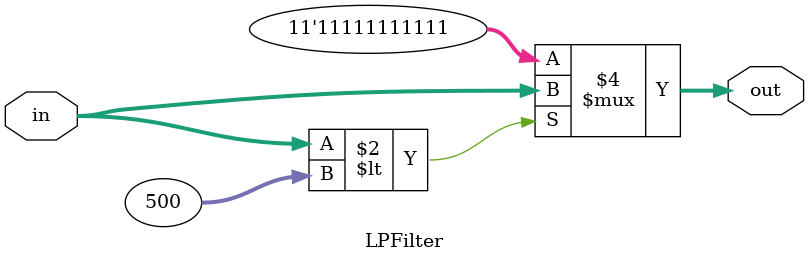
<source format=v>
`timescale 1ns / 1ps
module LPFilter #(parameter dim = 10)
(input [dim : 0] in,
output reg [dim : 0] out
    );
	 

parameter highVal = 500;

always@(in)begin
if(in < highVal)
out = in;
else out = 2**(dim+1) - 1;
end

endmodule

</source>
